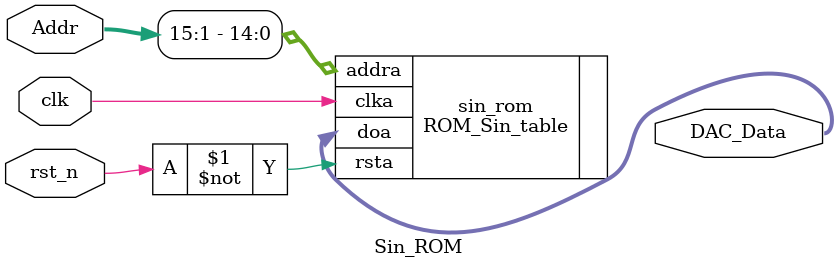
<source format=v>
module Sin_ROM 
# (parameter ADDR_WIDTH=16, DAC_WIDTH=12)
(
    input wire [ADDR_WIDTH-1:0] Addr,
    output wire [DAC_WIDTH-1:0] DAC_Data,
    input  wire rst_n,    
	input wire clk
); 
ROM_Sin_table sin_rom( .doa(DAC_Data), .addra(Addr[15:1]), .clka(clk), .rsta(~rst_n) );
endmodule //Sin_ROM
</source>
